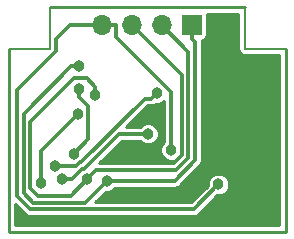
<source format=gbl>
G04 #@! TF.GenerationSoftware,KiCad,Pcbnew,(2018-02-15 revision 29b28de31)-makepkg*
G04 #@! TF.CreationDate,2018-04-28T16:50:53+09:30*
G04 #@! TF.ProjectId,short_oled_ssd1306,73686F72745F6F6C65645F7373643133,rev?*
G04 #@! TF.SameCoordinates,Original*
G04 #@! TF.FileFunction,Copper,L2,Bot,Signal*
G04 #@! TF.FilePolarity,Positive*
%FSLAX46Y46*%
G04 Gerber Fmt 4.6, Leading zero omitted, Abs format (unit mm)*
G04 Created by KiCad (PCBNEW (2018-02-15 revision 29b28de31)-makepkg) date 04/28/18 16:50:53*
%MOMM*%
%LPD*%
G01*
G04 APERTURE LIST*
%ADD10C,0.200000*%
%ADD11C,0.254000*%
%ADD12O,1.700000X1.700000*%
%ADD13R,1.700000X1.700000*%
%ADD14C,0.965200*%
%ADD15C,0.300000*%
G04 APERTURE END LIST*
D10*
X199500000Y-131000000D02*
X203000000Y-131000000D01*
X199500000Y-127500000D02*
X199500000Y-131000000D01*
X183000000Y-131000000D02*
X183000000Y-127500000D01*
X179500000Y-131000000D02*
X183000000Y-131000000D01*
D11*
X179500000Y-131000000D02*
X179500000Y-146500000D01*
X203000000Y-131000000D02*
X203000000Y-146500000D01*
X183000000Y-127500000D02*
X199500000Y-127500000D01*
X179500000Y-146500000D02*
X203000000Y-146500000D01*
D12*
X187380000Y-129000000D03*
X189920000Y-129000000D03*
X192460000Y-129000000D03*
D13*
X195000000Y-129000000D03*
D14*
X189905556Y-140137718D03*
X201500000Y-141000000D03*
X201500000Y-138500000D03*
X201500000Y-136000000D03*
X201500000Y-133500000D03*
X185366380Y-136500000D03*
X182226789Y-142382313D03*
X186183882Y-142013390D03*
X186828047Y-134895632D03*
X187808628Y-142173794D03*
X185499994Y-132500000D03*
X191308674Y-138191318D03*
X184000000Y-142000000D03*
X193278700Y-139596200D03*
X197270000Y-142489900D03*
X185002554Y-139887264D03*
X185477353Y-134378120D03*
X183454752Y-140909503D03*
X192067500Y-134741100D03*
D15*
X189920000Y-129000000D02*
X194173600Y-133253600D01*
X194173600Y-133253600D02*
X194173600Y-140002900D01*
X193556183Y-140620317D02*
X190388155Y-140620317D01*
X194173600Y-140002900D02*
X193556183Y-140620317D01*
X190388155Y-140620317D02*
X189905556Y-140137718D01*
X182226789Y-139639591D02*
X185366380Y-136500000D01*
X182226789Y-142382313D02*
X182226789Y-139639591D01*
X184752768Y-143444504D02*
X186183882Y-142013390D01*
X186828047Y-134895632D02*
X186828047Y-134213133D01*
X186910080Y-141287192D02*
X186183882Y-142013390D01*
X181326100Y-137217201D02*
X181326100Y-142802247D01*
X192460000Y-129000000D02*
X194727900Y-131267900D01*
X186828047Y-134213133D02*
X186106432Y-133491518D01*
X186106432Y-133491518D02*
X185051783Y-133491518D01*
X194727900Y-140232400D02*
X193673108Y-141287192D01*
X181968357Y-143444504D02*
X184752768Y-143444504D01*
X181326100Y-142802247D02*
X181968357Y-143444504D01*
X193673108Y-141287192D02*
X186910080Y-141287192D01*
X194727900Y-131267900D02*
X194727900Y-140232400D01*
X185051783Y-133491518D02*
X181326100Y-137217201D01*
X193570306Y-142173794D02*
X187808628Y-142173794D01*
X195282200Y-140461900D02*
X193570306Y-142173794D01*
X195282200Y-130432200D02*
X195282200Y-140461900D01*
X195000000Y-130150000D02*
X195282200Y-130432200D01*
X195000000Y-129000000D02*
X195000000Y-130150000D01*
X185955857Y-144026565D02*
X187808628Y-142173794D01*
X181586369Y-144026565D02*
X185955857Y-144026565D01*
X180771800Y-143211996D02*
X181586369Y-144026565D01*
X180771800Y-136545695D02*
X180771800Y-143211996D01*
X185499994Y-132500000D02*
X184817495Y-132500000D01*
X184817495Y-132500000D02*
X180771800Y-136545695D01*
X185894400Y-141152888D02*
X188855970Y-138191318D01*
X188855970Y-138191318D02*
X191308674Y-138191318D01*
X185760885Y-141152888D02*
X185894400Y-141152888D01*
X184000000Y-142000000D02*
X184913773Y-142000000D01*
X184913773Y-142000000D02*
X185760885Y-141152888D01*
X195179324Y-144580576D02*
X181356891Y-144580576D01*
X197270000Y-142489900D02*
X195179324Y-144580576D01*
X184687824Y-129000000D02*
X187380000Y-129000000D01*
X183504010Y-131208767D02*
X183504010Y-130183814D01*
X181356891Y-144580576D02*
X180217400Y-143441085D01*
X180217400Y-134495377D02*
X183504010Y-131208767D01*
X180217400Y-143441085D02*
X180217400Y-134495377D01*
X183504010Y-130183814D02*
X184687824Y-129000000D01*
X187380000Y-129000000D02*
X188634300Y-129000000D01*
X193278700Y-134639600D02*
X193278700Y-139596200D01*
X188634300Y-129995200D02*
X193278700Y-134639600D01*
X188634300Y-129000000D02*
X188634300Y-129995200D01*
X186252989Y-135836255D02*
X186252989Y-138636829D01*
X186252989Y-138636829D02*
X185002554Y-139887264D01*
X185477353Y-135060619D02*
X186252989Y-135836255D01*
X185477353Y-134378120D02*
X185477353Y-135060619D01*
X191584901Y-135223699D02*
X191040101Y-135223699D01*
X185220781Y-140909503D02*
X183454752Y-140909503D01*
X192067500Y-134741100D02*
X191584901Y-135223699D01*
X191040101Y-135223699D02*
X185664923Y-140598877D01*
X185664923Y-140598877D02*
X185531407Y-140598877D01*
X185531407Y-140598877D02*
X185220781Y-140909503D01*
D11*
G36*
X198968201Y-130947620D02*
X198957782Y-131000000D01*
X198999056Y-131207498D01*
X199116594Y-131383406D01*
X199292502Y-131500944D01*
X199447625Y-131531800D01*
X199447626Y-131531800D01*
X199500000Y-131542218D01*
X199552375Y-131531800D01*
X202441200Y-131531800D01*
X202441201Y-145941200D01*
X180058800Y-145941200D01*
X180058800Y-144105273D01*
X180904979Y-144951452D01*
X180937437Y-145000030D01*
X181129884Y-145128619D01*
X181299590Y-145162376D01*
X181299594Y-145162376D01*
X181356891Y-145173773D01*
X181414188Y-145162376D01*
X195122027Y-145162376D01*
X195179324Y-145173773D01*
X195236621Y-145162376D01*
X195236625Y-145162376D01*
X195406331Y-145128619D01*
X195598778Y-145000030D01*
X195631238Y-144951450D01*
X197178389Y-143404300D01*
X197451885Y-143404300D01*
X197787966Y-143265091D01*
X198045191Y-143007866D01*
X198184400Y-142671785D01*
X198184400Y-142308015D01*
X198045191Y-141971934D01*
X197787966Y-141714709D01*
X197451885Y-141575500D01*
X197088115Y-141575500D01*
X196752034Y-141714709D01*
X196494809Y-141971934D01*
X196355600Y-142308015D01*
X196355600Y-142581511D01*
X194938336Y-143998776D01*
X186806434Y-143998776D01*
X187717017Y-143088194D01*
X187990513Y-143088194D01*
X188326594Y-142948985D01*
X188519985Y-142755594D01*
X193513009Y-142755594D01*
X193570306Y-142766991D01*
X193627603Y-142755594D01*
X193627607Y-142755594D01*
X193797313Y-142721837D01*
X193989760Y-142593248D01*
X194022220Y-142544668D01*
X195653077Y-140913812D01*
X195701654Y-140881354D01*
X195830243Y-140688907D01*
X195864000Y-140519201D01*
X195864000Y-140519197D01*
X195875397Y-140461900D01*
X195864000Y-140404603D01*
X195864000Y-130489496D01*
X195875397Y-130432199D01*
X195864000Y-130374900D01*
X195864000Y-130374899D01*
X195847164Y-130290259D01*
X195850000Y-130290259D01*
X196018480Y-130256746D01*
X196161310Y-130161310D01*
X196256746Y-130018480D01*
X196290259Y-129850000D01*
X196290259Y-128150000D01*
X196272118Y-128058800D01*
X198968200Y-128058800D01*
X198968201Y-130947620D01*
X198968201Y-130947620D01*
G37*
X198968201Y-130947620D02*
X198957782Y-131000000D01*
X198999056Y-131207498D01*
X199116594Y-131383406D01*
X199292502Y-131500944D01*
X199447625Y-131531800D01*
X199447626Y-131531800D01*
X199500000Y-131542218D01*
X199552375Y-131531800D01*
X202441200Y-131531800D01*
X202441201Y-145941200D01*
X180058800Y-145941200D01*
X180058800Y-144105273D01*
X180904979Y-144951452D01*
X180937437Y-145000030D01*
X181129884Y-145128619D01*
X181299590Y-145162376D01*
X181299594Y-145162376D01*
X181356891Y-145173773D01*
X181414188Y-145162376D01*
X195122027Y-145162376D01*
X195179324Y-145173773D01*
X195236621Y-145162376D01*
X195236625Y-145162376D01*
X195406331Y-145128619D01*
X195598778Y-145000030D01*
X195631238Y-144951450D01*
X197178389Y-143404300D01*
X197451885Y-143404300D01*
X197787966Y-143265091D01*
X198045191Y-143007866D01*
X198184400Y-142671785D01*
X198184400Y-142308015D01*
X198045191Y-141971934D01*
X197787966Y-141714709D01*
X197451885Y-141575500D01*
X197088115Y-141575500D01*
X196752034Y-141714709D01*
X196494809Y-141971934D01*
X196355600Y-142308015D01*
X196355600Y-142581511D01*
X194938336Y-143998776D01*
X186806434Y-143998776D01*
X187717017Y-143088194D01*
X187990513Y-143088194D01*
X188326594Y-142948985D01*
X188519985Y-142755594D01*
X193513009Y-142755594D01*
X193570306Y-142766991D01*
X193627603Y-142755594D01*
X193627607Y-142755594D01*
X193797313Y-142721837D01*
X193989760Y-142593248D01*
X194022220Y-142544668D01*
X195653077Y-140913812D01*
X195701654Y-140881354D01*
X195830243Y-140688907D01*
X195864000Y-140519201D01*
X195864000Y-140519197D01*
X195875397Y-140461900D01*
X195864000Y-140404603D01*
X195864000Y-130489496D01*
X195875397Y-130432199D01*
X195864000Y-130374900D01*
X195864000Y-130374899D01*
X195847164Y-130290259D01*
X195850000Y-130290259D01*
X196018480Y-130256746D01*
X196161310Y-130161310D01*
X196256746Y-130018480D01*
X196290259Y-129850000D01*
X196290259Y-128150000D01*
X196272118Y-128058800D01*
X198968200Y-128058800D01*
X198968201Y-130947620D01*
G36*
X192696901Y-138884842D02*
X192503509Y-139078234D01*
X192364300Y-139414315D01*
X192364300Y-139778085D01*
X192503509Y-140114166D01*
X192760734Y-140371391D01*
X193096815Y-140510600D01*
X193460585Y-140510600D01*
X193744522Y-140392990D01*
X193432120Y-140705392D01*
X187164685Y-140705392D01*
X189096960Y-138773118D01*
X190597317Y-138773118D01*
X190790708Y-138966509D01*
X191126789Y-139105718D01*
X191490559Y-139105718D01*
X191826640Y-138966509D01*
X192083865Y-138709284D01*
X192223074Y-138373203D01*
X192223074Y-138009433D01*
X192083865Y-137673352D01*
X191826640Y-137416127D01*
X191490559Y-137276918D01*
X191126789Y-137276918D01*
X190790708Y-137416127D01*
X190597317Y-137609518D01*
X189477071Y-137609518D01*
X191281090Y-135805499D01*
X191527604Y-135805499D01*
X191584901Y-135816896D01*
X191642198Y-135805499D01*
X191642202Y-135805499D01*
X191811908Y-135771742D01*
X191985876Y-135655500D01*
X192249385Y-135655500D01*
X192585466Y-135516291D01*
X192696900Y-135404857D01*
X192696901Y-138884842D01*
X192696901Y-138884842D01*
G37*
X192696901Y-138884842D02*
X192503509Y-139078234D01*
X192364300Y-139414315D01*
X192364300Y-139778085D01*
X192503509Y-140114166D01*
X192760734Y-140371391D01*
X193096815Y-140510600D01*
X193460585Y-140510600D01*
X193744522Y-140392990D01*
X193432120Y-140705392D01*
X187164685Y-140705392D01*
X189096960Y-138773118D01*
X190597317Y-138773118D01*
X190790708Y-138966509D01*
X191126789Y-139105718D01*
X191490559Y-139105718D01*
X191826640Y-138966509D01*
X192083865Y-138709284D01*
X192223074Y-138373203D01*
X192223074Y-138009433D01*
X192083865Y-137673352D01*
X191826640Y-137416127D01*
X191490559Y-137276918D01*
X191126789Y-137276918D01*
X190790708Y-137416127D01*
X190597317Y-137609518D01*
X189477071Y-137609518D01*
X191281090Y-135805499D01*
X191527604Y-135805499D01*
X191584901Y-135816896D01*
X191642198Y-135805499D01*
X191642202Y-135805499D01*
X191811908Y-135771742D01*
X191985876Y-135655500D01*
X192249385Y-135655500D01*
X192585466Y-135516291D01*
X192696900Y-135404857D01*
X192696901Y-138884842D01*
G36*
X190047000Y-128873000D02*
X190067000Y-128873000D01*
X190067000Y-129127000D01*
X190047000Y-129127000D01*
X190047000Y-129147000D01*
X189793000Y-129147000D01*
X189793000Y-129127000D01*
X189773000Y-129127000D01*
X189773000Y-128873000D01*
X189793000Y-128873000D01*
X189793000Y-128853000D01*
X190047000Y-128853000D01*
X190047000Y-128873000D01*
X190047000Y-128873000D01*
G37*
X190047000Y-128873000D02*
X190067000Y-128873000D01*
X190067000Y-129127000D01*
X190047000Y-129127000D01*
X190047000Y-129147000D01*
X189793000Y-129147000D01*
X189793000Y-129127000D01*
X189773000Y-129127000D01*
X189773000Y-128873000D01*
X189793000Y-128873000D01*
X189793000Y-128853000D01*
X190047000Y-128853000D01*
X190047000Y-128873000D01*
M02*

</source>
